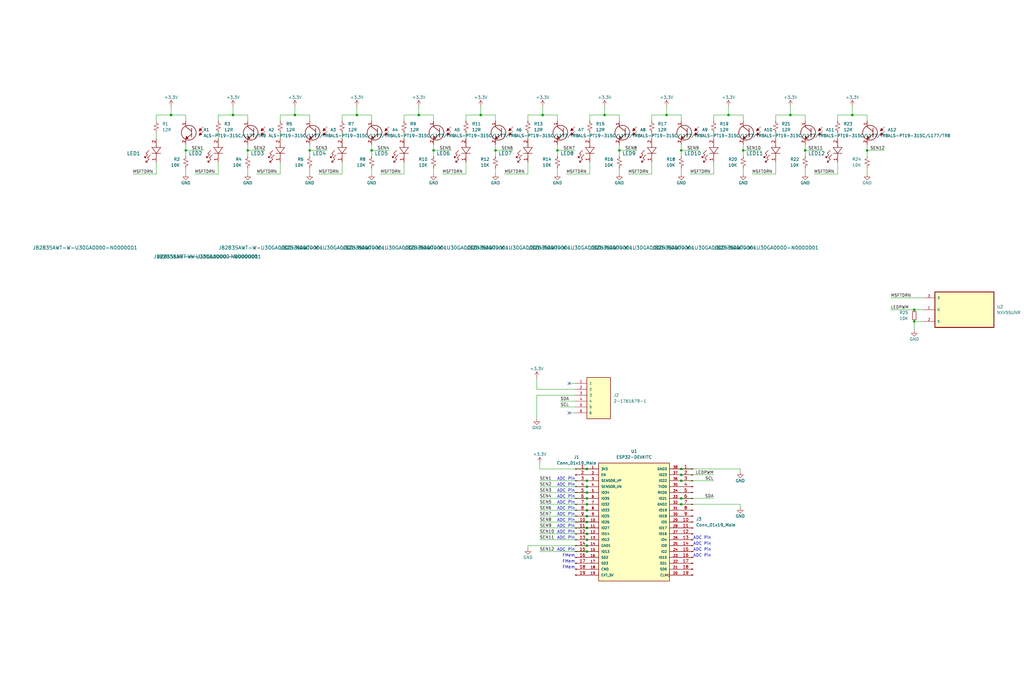
<source format=kicad_sch>
(kicad_sch (version 20211123) (generator eeschema)
  (paper "User" 440.944 294.919)
  (lib_symbols
    (symbol "ALS-PT19-315C_L177_TR8:ALS-PT19-315C{slash}L177{slash}TR8" (pin_names (offset 1.016))
      (property "Reference" "A" (at -10.1556 5.0822 0))
      (property "Value" "ALS-PT19-315C{slash}L177{slash}TR8" (at -10.1508 -7.62 0))
      (symbol "ALS-PT19-315C{slash}L177{slash}TR8_0_0"
        (pin passive line (at 2.54 5.08 270) (length 2.54) (name "~") (number "1"))
        (pin passive line (at 2.54 -5.08 90) (length 2.54) (name "~") (number "2"))
      )
    )
    (symbol "Box IDC header 2x3:2-1761679-1" (pin_names (offset 1.016))
      (property "Reference" "J" (at -5.58 10.16 0))
      (property "Value" "2-1761679-1" (at -5.08 -10.16 0))
      (symbol "2-1761679-1_0_0"
        (pin passive line (at -10.16 7.62 0) (length 5.08) (name "1") (number "1"))
        (pin passive line (at -10.16 5.08 0) (length 5.08) (name "2") (number "2"))
        (pin passive line (at -10.16 2.54 0) (length 5.08) (name "3") (number "3"))
        (pin passive line (at -10.16 0 0) (length 5.08) (name "4") (number "4"))
        (pin passive line (at -10.16 -2.54 0) (length 5.08) (name "5") (number "5"))
        (pin passive line (at -10.16 -5.08 0) (length 5.08) (name "6") (number "6"))
      )
    )
    (symbol "Connector:Conn_01x19_Male" (pin_names (offset 1.016) hide)
      (property "Reference" "J" (at 0 25.4 0))
      (property "Value" "Conn_01x19_Male" (at 0 -25.4 0))
      (symbol "Conn_01x19_Male_1_1"
        (pin passive line (at 5.08 22.86 180) (length 3.81) (name "Pin_1") (number "1"))
        (pin passive line (at 5.08 0 180) (length 3.81) (name "Pin_10") (number "10"))
        (pin passive line (at 5.08 -2.54 180) (length 3.81) (name "Pin_11") (number "11"))
        (pin passive line (at 5.08 -5.08 180) (length 3.81) (name "Pin_12") (number "12"))
        (pin passive line (at 5.08 -7.62 180) (length 3.81) (name "Pin_13") (number "13"))
        (pin passive line (at 5.08 -10.16 180) (length 3.81) (name "Pin_14") (number "14"))
        (pin passive line (at 5.08 -12.7 180) (length 3.81) (name "Pin_15") (number "15"))
        (pin passive line (at 5.08 -15.24 180) (length 3.81) (name "Pin_16") (number "16"))
        (pin passive line (at 5.08 -17.78 180) (length 3.81) (name "Pin_17") (number "17"))
        (pin passive line (at 5.08 -20.32 180) (length 3.81) (name "Pin_18") (number "18"))
        (pin passive line (at 5.08 -22.86 180) (length 3.81) (name "Pin_19") (number "19"))
        (pin passive line (at 5.08 20.32 180) (length 3.81) (name "Pin_2") (number "2"))
        (pin passive line (at 5.08 17.78 180) (length 3.81) (name "Pin_3") (number "3"))
        (pin passive line (at 5.08 15.24 180) (length 3.81) (name "Pin_4") (number "4"))
        (pin passive line (at 5.08 12.7 180) (length 3.81) (name "Pin_5") (number "5"))
        (pin passive line (at 5.08 10.16 180) (length 3.81) (name "Pin_6") (number "6"))
        (pin passive line (at 5.08 7.62 180) (length 3.81) (name "Pin_7") (number "7"))
        (pin passive line (at 5.08 5.08 180) (length 3.81) (name "Pin_8") (number "8"))
        (pin passive line (at 5.08 2.54 180) (length 3.81) (name "Pin_9") (number "9"))
      )
    )
    (symbol "Device:R_Small" (pin_numbers hide) (pin_names (offset 0.254) hide)
      (property "Reference" "R" (at 0.762 0.508 0))
      (property "Value" "R_Small" (at 0.762 -1.016 0))
      (symbol "R_Small_1_1"
        (pin passive line (at 0 2.54 270) (length 0.762) (name "~") (number "1"))
        (pin passive line (at 0 -2.54 90) (length 0.762) (name "~") (number "2"))
      )
    )
    (symbol "Device:R_Small_US" (pin_numbers hide) (pin_names (offset 0.254) hide)
      (property "Reference" "R" (at 0.762 0.508 0))
      (property "Value" "R_Small_US" (at 0.762 -1.016 0))
      (symbol "R_Small_US_1_1"
        (pin passive line (at 0 2.54 270) (length 1.016) (name "~") (number "1"))
        (pin passive line (at 0 -2.54 90) (length 1.016) (name "~") (number "2"))
      )
    )
    (symbol "ESP32-DEVKITC:ESP32-DEVKITC" (pin_names (offset 1.016))
      (property "Reference" "U" (at -15.2572 26.0643 0))
      (property "Value" "ESP32-DEVKITC" (at -15.2563 -27.9698 0))
      (symbol "ESP32-DEVKITC_0_0"
        (pin power_in line (at -20.32 22.86 0) (length 5.08) (name "3V3") (number "1"))
        (pin bidirectional line (at -20.32 0 0) (length 5.08) (name "IO26") (number "10"))
        (pin bidirectional line (at -20.32 -2.54 0) (length 5.08) (name "IO27") (number "11"))
        (pin bidirectional line (at -20.32 -5.08 0) (length 5.08) (name "IO14") (number "12"))
        (pin bidirectional line (at -20.32 -7.62 0) (length 5.08) (name "IO12") (number "13"))
        (pin power_in line (at -20.32 -10.16 0) (length 5.08) (name "GND1") (number "14"))
        (pin bidirectional line (at -20.32 -12.7 0) (length 5.08) (name "IO13") (number "15"))
        (pin bidirectional line (at -20.32 -15.24 0) (length 5.08) (name "SD2") (number "16"))
        (pin bidirectional line (at -20.32 -17.78 0) (length 5.08) (name "SD3") (number "17"))
        (pin bidirectional line (at -20.32 -20.32 0) (length 5.08) (name "CMD") (number "18"))
        (pin power_in line (at -20.32 -22.86 0) (length 5.08) (name "EXT_5V") (number "19"))
        (pin input line (at -20.32 20.32 0) (length 5.08) (name "EN") (number "2"))
        (pin input clock (at 20.32 -22.86 180) (length 5.08) (name "CLK") (number "20"))
        (pin bidirectional line (at 20.32 -20.32 180) (length 5.08) (name "SD0") (number "21"))
        (pin bidirectional line (at 20.32 -17.78 180) (length 5.08) (name "SD1") (number "22"))
        (pin bidirectional line (at 20.32 -15.24 180) (length 5.08) (name "IO15") (number "23"))
        (pin bidirectional line (at 20.32 -12.7 180) (length 5.08) (name "IO2") (number "24"))
        (pin bidirectional line (at 20.32 -10.16 180) (length 5.08) (name "IO0") (number "25"))
        (pin bidirectional line (at 20.32 -7.62 180) (length 5.08) (name "IO4") (number "26"))
        (pin bidirectional line (at 20.32 -5.08 180) (length 5.08) (name "IO16") (number "27"))
        (pin bidirectional line (at 20.32 -2.54 180) (length 5.08) (name "IO17") (number "28"))
        (pin bidirectional line (at 20.32 0 180) (length 5.08) (name "IO5") (number "29"))
        (pin input line (at -20.32 17.78 0) (length 5.08) (name "SENSOR_VP") (number "3"))
        (pin bidirectional line (at 20.32 2.54 180) (length 5.08) (name "IO18") (number "30"))
        (pin bidirectional line (at 20.32 5.08 180) (length 5.08) (name "IO19") (number "31"))
        (pin power_in line (at 20.32 7.62 180) (length 5.08) (name "GND2") (number "32"))
        (pin bidirectional line (at 20.32 10.16 180) (length 5.08) (name "IO21") (number "33"))
        (pin input line (at 20.32 12.7 180) (length 5.08) (name "RXD0") (number "34"))
        (pin output line (at 20.32 15.24 180) (length 5.08) (name "TXD0") (number "35"))
        (pin bidirectional line (at 20.32 17.78 180) (length 5.08) (name "IO22") (number "36"))
        (pin bidirectional line (at 20.32 20.32 180) (length 5.08) (name "IO23") (number "37"))
        (pin power_in line (at 20.32 22.86 180) (length 5.08) (name "GND3") (number "38"))
        (pin input line (at -20.32 15.24 0) (length 5.08) (name "SENSOR_VN") (number "4"))
        (pin bidirectional line (at -20.32 12.7 0) (length 5.08) (name "IO34") (number "5"))
        (pin bidirectional line (at -20.32 10.16 0) (length 5.08) (name "IO35") (number "6"))
        (pin bidirectional line (at -20.32 7.62 0) (length 5.08) (name "IO32") (number "7"))
        (pin bidirectional line (at -20.32 5.08 0) (length 5.08) (name "IO33") (number "8"))
        (pin bidirectional line (at -20.32 2.54 0) (length 5.08) (name "IO25") (number "9"))
      )
    )
    (symbol "JB2835AWT-W-U30GA0000-N0000001:JB2835AWT-W-U30GA0000-N0000001" (pin_names (offset 0.254))
      (property "Reference" "LED" (at 5.08 -4.445 0))
      (property "Value" "JB2835AWT-W-U30GA0000-N0000001" (at 5.08 -7.62 0))
      (symbol "JB2835AWT-W-U30GA0000-N0000001_1_1"
        (pin unspecified line (at 10.16 0 180) (length 2.54) (name "") (number "1"))
        (pin unspecified line (at 0 0 0) (length 2.54) (name "") (number "2"))
      )
      (symbol "JB2835AWT-W-U30GA0000-N0000001_1_2"
        (pin unspecified line (at 0 10.16 270) (length 2.54) (name "") (number "1"))
        (pin unspecified line (at 0 0 90) (length 2.54) (name "") (number "2"))
      )
    )
    (symbol "NXV55UNR:NXV55UNR" (pin_names (offset 1.016))
      (property "Reference" "U" (at -12.7 8.62 0))
      (property "Value" "NXV55UNR" (at -12.7 -11.62 0))
      (symbol "NXV55UNR_0_0"
        (pin bidirectional line (at -17.78 0 0) (length 5.08) (name "G") (number "1"))
        (pin bidirectional line (at -17.78 -5.08 0) (length 5.08) (name "S") (number "2"))
        (pin bidirectional line (at -17.78 5.08 0) (length 5.08) (name "D") (number "3"))
      )
    )
    (symbol "power:+3.3V" (power) (pin_names (offset 0))
      (property "Value" "+3.3V" (at 0 3.556 0))
      (symbol "+3.3V_1_1"
        (pin power_in line (at 0 0 90) (length 0) hide (name "+3.3V") (number "1"))
      )
    )
    (symbol "power:GND" (power) (pin_names (offset 0))
      (property "Value" "GND" (at 0 -3.81 0))
      (symbol "GND_1_1"
        (pin power_in line (at 0 0 270) (length 0) hide (name "GND") (number "1"))
      )
    )
  )
  (junction (at 252.73 217.17))
  (junction (at 106.68 64.77))
  (junction (at 313.69 49.53))
  (junction (at 293.37 201.93))
  (junction (at 252.73 201.93))
  (junction (at 127 49.53))
  (junction (at 252.73 232.41))
  (junction (at 160.02 64.77))
  (junction (at 73.66 49.53))
  (junction (at 80.01 64.77))
  (junction (at 373.38 64.77))
  (junction (at 180.34 49.53))
  (junction (at 293.37 217.17))
  (junction (at 207.01 49.53))
  (junction (at 252.73 212.09))
  (junction (at 393.7 138.43))
  (junction (at 213.36 64.77))
  (junction (at 293.37 207.01))
  (junction (at 293.37 204.47))
  (junction (at 252.73 234.95))
  (junction (at 133.35 64.77))
  (junction (at 266.7 64.77))
  (junction (at 252.73 214.63))
  (junction (at 346.71 64.77))
  (junction (at 260.35 49.53))
  (junction (at 252.73 207.01))
  (junction (at 233.68 49.53))
  (junction (at 252.73 237.49))
  (junction (at 287.02 49.53))
  (junction (at 100.33 49.53))
  (junction (at 320.04 64.77))
  (junction (at 393.7 133.35))
  (junction (at 293.37 64.77))
  (junction (at 252.73 219.71))
  (junction (at 252.73 229.87))
  (junction (at 186.69 64.77))
  (junction (at 252.73 227.33))
  (junction (at 293.37 214.63))
  (junction (at 367.03 49.53))
  (junction (at 240.03 64.77))
  (junction (at 252.73 209.55))
  (junction (at 252.73 224.79))
  (junction (at 153.67 49.53))
  (junction (at 340.36 49.53))
  (junction (at 252.73 222.25))
  (no_connect (at 245.11 165.1))
  (no_connect (at 245.11 177.8))
  (wire (pts (xy 373.38 64.77) (xy 373.38 67.31)))
  (wire (pts (xy 243.84 74.93) (xy 254 74.93)))
  (wire (pts (xy 240.03 52.07) (xy 240.03 49.53)))
  (wire (pts (xy 232.41 219.71) (xy 252.73 219.71)))
  (wire (pts (xy 254 57.15) (xy 254 59.69)))
  (wire (pts (xy 293.37 64.77) (xy 300.99 64.77)))
  (wire (pts (xy 373.38 72.39) (xy 373.38 74.93)))
  (wire (pts (xy 393.7 133.35) (xy 397.51 133.35)))
  (wire (pts (xy 307.34 49.53) (xy 307.34 52.07)))
  (wire (pts (xy 293.37 62.23) (xy 293.37 64.77)))
  (wire (pts (xy 334.01 69.85) (xy 334.01 74.93)))
  (wire (pts (xy 232.41 229.87) (xy 252.73 229.87)))
  (wire (pts (xy 240.03 64.77) (xy 247.65 64.77)))
  (wire (pts (xy 318.77 217.17) (xy 293.37 217.17)))
  (wire (pts (xy 213.36 52.07) (xy 213.36 49.53)))
  (wire (pts (xy 200.66 69.85) (xy 200.66 74.93)))
  (wire (pts (xy 232.41 232.41) (xy 252.73 232.41)))
  (wire (pts (xy 280.67 57.15) (xy 280.67 59.69)))
  (wire (pts (xy 106.68 72.39) (xy 106.68 74.93)))
  (wire (pts (xy 346.71 72.39) (xy 346.71 74.93)))
  (wire (pts (xy 340.36 45.72) (xy 340.36 49.53)))
  (wire (pts (xy 80.01 52.07) (xy 80.01 49.53)))
  (wire (pts (xy 346.71 62.23) (xy 346.71 64.77)))
  (wire (pts (xy 133.35 49.53) (xy 127 49.53)))
  (wire (pts (xy 287.02 49.53) (xy 280.67 49.53)))
  (wire (pts (xy 147.32 49.53) (xy 147.32 52.07)))
  (wire (pts (xy 173.99 49.53) (xy 173.99 52.07)))
  (wire (pts (xy 270.51 74.93) (xy 280.67 74.93)))
  (wire (pts (xy 213.36 64.77) (xy 213.36 67.31)))
  (wire (pts (xy 232.41 199.39) (xy 232.41 201.93)))
  (wire (pts (xy 240.03 64.77) (xy 240.03 67.31)))
  (wire (pts (xy 110.49 74.93) (xy 120.65 74.93)))
  (wire (pts (xy 80.01 62.23) (xy 80.01 64.77)))
  (wire (pts (xy 67.31 49.53) (xy 67.31 52.07)))
  (wire (pts (xy 313.69 45.72) (xy 313.69 49.53)))
  (wire (pts (xy 213.36 49.53) (xy 207.01 49.53)))
  (wire (pts (xy 80.01 64.77) (xy 87.63 64.77)))
  (wire (pts (xy 293.37 72.39) (xy 293.37 74.93)))
  (wire (pts (xy 133.35 72.39) (xy 133.35 74.93)))
  (wire (pts (xy 266.7 64.77) (xy 266.7 67.31)))
  (wire (pts (xy 293.37 207.01) (xy 307.34 207.01)))
  (wire (pts (xy 232.41 214.63) (xy 252.73 214.63)))
  (wire (pts (xy 120.65 49.53) (xy 120.65 52.07)))
  (wire (pts (xy 73.66 49.53) (xy 67.31 49.53)))
  (wire (pts (xy 207.01 45.72) (xy 207.01 49.53)))
  (wire (pts (xy 133.35 62.23) (xy 133.35 64.77)))
  (wire (pts (xy 260.35 49.53) (xy 254 49.53)))
  (wire (pts (xy 340.36 49.53) (xy 334.01 49.53)))
  (wire (pts (xy 232.41 212.09) (xy 252.73 212.09)))
  (wire (pts (xy 180.34 45.72) (xy 180.34 49.53)))
  (wire (pts (xy 232.41 227.33) (xy 252.73 227.33)))
  (wire (pts (xy 186.69 52.07) (xy 186.69 49.53)))
  (wire (pts (xy 373.38 52.07) (xy 373.38 49.53)))
  (wire (pts (xy 373.38 64.77) (xy 381 64.77)))
  (wire (pts (xy 260.35 45.72) (xy 260.35 49.53)))
  (wire (pts (xy 227.33 49.53) (xy 227.33 52.07)))
  (wire (pts (xy 80.01 72.39) (xy 80.01 74.93)))
  (wire (pts (xy 160.02 49.53) (xy 153.67 49.53)))
  (wire (pts (xy 153.67 49.53) (xy 147.32 49.53)))
  (wire (pts (xy 313.69 49.53) (xy 307.34 49.53)))
  (wire (pts (xy 360.68 57.15) (xy 360.68 59.69)))
  (wire (pts (xy 106.68 49.53) (xy 100.33 49.53)))
  (wire (pts (xy 213.36 64.77) (xy 220.98 64.77)))
  (wire (pts (xy 323.85 74.93) (xy 334.01 74.93)))
  (wire (pts (xy 186.69 72.39) (xy 186.69 74.93)))
  (wire (pts (xy 106.68 52.07) (xy 106.68 49.53)))
  (wire (pts (xy 120.65 69.85) (xy 120.65 74.93)))
  (wire (pts (xy 213.36 62.23) (xy 213.36 64.77)))
  (wire (pts (xy 173.99 57.15) (xy 173.99 59.69)))
  (wire (pts (xy 186.69 62.23) (xy 186.69 64.77)))
  (wire (pts (xy 127 45.72) (xy 127 49.53)))
  (wire (pts (xy 163.83 74.93) (xy 173.99 74.93)))
  (wire (pts (xy 320.04 64.77) (xy 327.66 64.77)))
  (wire (pts (xy 320.04 64.77) (xy 320.04 67.31)))
  (wire (pts (xy 393.7 138.43) (xy 393.7 142.24)))
  (wire (pts (xy 217.17 74.93) (xy 227.33 74.93)))
  (wire (pts (xy 280.67 69.85) (xy 280.67 74.93)))
  (wire (pts (xy 137.16 74.93) (xy 147.32 74.93)))
  (wire (pts (xy 383.54 133.35) (xy 393.7 133.35)))
  (wire (pts (xy 240.03 62.23) (xy 240.03 64.77)))
  (wire (pts (xy 346.71 52.07) (xy 346.71 49.53)))
  (wire (pts (xy 232.41 207.01) (xy 252.73 207.01)))
  (wire (pts (xy 346.71 64.77) (xy 346.71 67.31)))
  (wire (pts (xy 293.37 52.07) (xy 293.37 49.53)))
  (wire (pts (xy 106.68 64.77) (xy 106.68 67.31)))
  (wire (pts (xy 200.66 49.53) (xy 200.66 52.07)))
  (wire (pts (xy 227.33 234.95) (xy 227.33 236.22)))
  (wire (pts (xy 240.03 49.53) (xy 233.68 49.53)))
  (wire (pts (xy 318.77 201.93) (xy 293.37 201.93)))
  (wire (pts (xy 247.65 177.8) (xy 245.11 177.8)))
  (wire (pts (xy 280.67 49.53) (xy 280.67 52.07)))
  (wire (pts (xy 186.69 49.53) (xy 180.34 49.53)))
  (wire (pts (xy 133.35 64.77) (xy 133.35 67.31)))
  (wire (pts (xy 254 49.53) (xy 254 52.07)))
  (wire (pts (xy 200.66 57.15) (xy 200.66 59.69)))
  (wire (pts (xy 334.01 57.15) (xy 334.01 59.69)))
  (wire (pts (xy 83.82 74.93) (xy 93.98 74.93)))
  (wire (pts (xy 67.31 69.85) (xy 67.31 74.93)))
  (wire (pts (xy 190.5 74.93) (xy 200.66 74.93)))
  (wire (pts (xy 367.03 45.72) (xy 367.03 49.53)))
  (wire (pts (xy 247.65 172.72) (xy 241.3 172.72)))
  (wire (pts (xy 334.01 49.53) (xy 334.01 52.07)))
  (wire (pts (xy 100.33 49.53) (xy 93.98 49.53)))
  (wire (pts (xy 367.03 49.53) (xy 360.68 49.53)))
  (wire (pts (xy 120.65 57.15) (xy 120.65 59.69)))
  (wire (pts (xy 232.41 217.17) (xy 252.73 217.17)))
  (wire (pts (xy 180.34 49.53) (xy 173.99 49.53)))
  (wire (pts (xy 93.98 69.85) (xy 93.98 74.93)))
  (wire (pts (xy 67.31 57.15) (xy 67.31 59.69)))
  (wire (pts (xy 100.33 45.72) (xy 100.33 49.53)))
  (wire (pts (xy 57.15 74.93) (xy 67.31 74.93)))
  (wire (pts (xy 233.68 45.72) (xy 233.68 49.53)))
  (wire (pts (xy 133.35 52.07) (xy 133.35 49.53)))
  (wire (pts (xy 240.03 72.39) (xy 240.03 74.93)))
  (wire (pts (xy 247.65 170.18) (xy 231.14 170.18)))
  (wire (pts (xy 186.69 64.77) (xy 194.31 64.77)))
  (wire (pts (xy 227.33 57.15) (xy 227.33 59.69)))
  (wire (pts (xy 245.11 165.1) (xy 247.65 165.1)))
  (wire (pts (xy 247.65 175.26) (xy 241.3 175.26)))
  (wire (pts (xy 80.01 64.77) (xy 80.01 67.31)))
  (wire (pts (xy 227.33 69.85) (xy 227.33 74.93)))
  (wire (pts (xy 160.02 64.77) (xy 167.64 64.77)))
  (wire (pts (xy 232.41 209.55) (xy 252.73 209.55)))
  (wire (pts (xy 320.04 52.07) (xy 320.04 49.53)))
  (wire (pts (xy 293.37 204.47) (xy 307.34 204.47)))
  (wire (pts (xy 266.7 52.07) (xy 266.7 49.53)))
  (wire (pts (xy 80.01 49.53) (xy 73.66 49.53)))
  (wire (pts (xy 266.7 49.53) (xy 260.35 49.53)))
  (wire (pts (xy 293.37 49.53) (xy 287.02 49.53)))
  (wire (pts (xy 173.99 69.85) (xy 173.99 74.93)))
  (wire (pts (xy 320.04 72.39) (xy 320.04 74.93)))
  (wire (pts (xy 106.68 62.23) (xy 106.68 64.77)))
  (wire (pts (xy 307.34 69.85) (xy 307.34 74.93)))
  (wire (pts (xy 320.04 62.23) (xy 320.04 64.77)))
  (wire (pts (xy 318.77 201.93) (xy 318.77 203.2)))
  (wire (pts (xy 232.41 237.49) (xy 252.73 237.49)))
  (wire (pts (xy 307.34 57.15) (xy 307.34 59.69)))
  (wire (pts (xy 266.7 72.39) (xy 266.7 74.93)))
  (wire (pts (xy 232.41 201.93) (xy 252.73 201.93)))
  (wire (pts (xy 373.38 62.23) (xy 373.38 64.77)))
  (wire (pts (xy 266.7 64.77) (xy 274.32 64.77)))
  (wire (pts (xy 346.71 49.53) (xy 340.36 49.53)))
  (wire (pts (xy 147.32 57.15) (xy 147.32 59.69)))
  (wire (pts (xy 93.98 49.53) (xy 93.98 52.07)))
  (wire (pts (xy 160.02 62.23) (xy 160.02 64.77)))
  (wire (pts (xy 231.14 180.34) (xy 231.14 170.18)))
  (wire (pts (xy 254 69.85) (xy 254 74.93)))
  (wire (pts (xy 320.04 49.53) (xy 313.69 49.53)))
  (wire (pts (xy 297.18 74.93) (xy 307.34 74.93)))
  (wire (pts (xy 93.98 57.15) (xy 93.98 59.69)))
  (wire (pts (xy 373.38 49.53) (xy 367.03 49.53)))
  (wire (pts (xy 213.36 72.39) (xy 213.36 74.93)))
  (wire (pts (xy 393.7 138.43) (xy 397.51 138.43)))
  (wire (pts (xy 346.71 64.77) (xy 354.33 64.77)))
  (wire (pts (xy 350.52 74.93) (xy 360.68 74.93)))
  (wire (pts (xy 106.68 64.77) (xy 114.3 64.77)))
  (wire (pts (xy 160.02 64.77) (xy 160.02 67.31)))
  (wire (pts (xy 73.66 45.72) (xy 73.66 49.53)))
  (wire (pts (xy 232.41 224.79) (xy 252.73 224.79)))
  (wire (pts (xy 153.67 45.72) (xy 153.67 49.53)))
  (wire (pts (xy 293.37 214.63) (xy 307.34 214.63)))
  (wire (pts (xy 160.02 52.07) (xy 160.02 49.53)))
  (wire (pts (xy 247.65 167.64) (xy 231.14 167.64)))
  (wire (pts (xy 293.37 64.77) (xy 293.37 67.31)))
  (wire (pts (xy 266.7 62.23) (xy 266.7 64.77)))
  (wire (pts (xy 147.32 69.85) (xy 147.32 74.93)))
  (wire (pts (xy 186.69 64.77) (xy 186.69 67.31)))
  (wire (pts (xy 160.02 72.39) (xy 160.02 74.93)))
  (wire (pts (xy 127 49.53) (xy 120.65 49.53)))
  (wire (pts (xy 397.51 128.27) (xy 383.54 128.27)))
  (wire (pts (xy 232.41 222.25) (xy 252.73 222.25)))
  (wire (pts (xy 133.35 64.77) (xy 140.97 64.77)))
  (wire (pts (xy 207.01 49.53) (xy 200.66 49.53)))
  (wire (pts (xy 360.68 49.53) (xy 360.68 52.07)))
  (wire (pts (xy 227.33 234.95) (xy 252.73 234.95)))
  (wire (pts (xy 233.68 49.53) (xy 227.33 49.53)))
  (wire (pts (xy 360.68 69.85) (xy 360.68 74.93)))
  (wire (pts (xy 287.02 45.72) (xy 287.02 49.53)))
  (wire (pts (xy 318.77 217.17) (xy 318.77 218.44)))
  (wire (pts (xy 231.14 162.56) (xy 231.14 167.64)))
  (text "ADC Pin" (at 247.65 227.33 180) (effects (font (size 1.27 1.27)) (justify right bottom)))
  (text "ADC Pin" (at 247.65 207.01 180) (effects (font (size 1.27 1.27)) (justify right bottom)))
  (text "ADC Pin" (at 298.45 232.41 0) (effects (font (size 1.27 1.27)) (justify left bottom)))
  (text "ADC Pin" (at 298.45 237.49 0) (effects (font (size 1.27 1.27)) (justify left bottom)))
  (text "ADC Pin" (at 247.65 214.63 180) (effects (font (size 1.27 1.27)) (justify right bottom)))
  (text "ADC Pin" (at 247.65 222.25 180) (effects (font (size 1.27 1.27)) (justify right bottom)))
  (text "ADC Pin" (at 247.65 224.79 180) (effects (font (size 1.27 1.27)) (justify right bottom)))
  (text "ADC Pin" (at 247.65 219.71 180) (effects (font (size 1.27 1.27)) (justify right bottom)))
  (text "ADC Pin" (at 247.65 212.09 180) (effects (font (size 1.27 1.27)) (justify right bottom)))
  (text "ADC Pin" (at 247.65 217.17 180) (effects (font (size 1.27 1.27)) (justify right bottom)))
  (text "ADC Pin" (at 247.65 232.41 180) (effects (font (size 1.27 1.27)) (justify right bottom)))
  (text "ADC Pin" (at 298.45 234.95 0) (effects (font (size 1.27 1.27)) (justify left bottom)))
  (text "ADC Pin" (at 298.45 240.03 0) (effects (font (size 1.27 1.27)) (justify left bottom)))
  (text "ADC Pin" (at 247.65 229.87 180) (effects (font (size 1.27 1.27)) (justify right bottom)))
  (text "FMem\n" (at 247.65 242.57 180) (effects (font (size 1.27 1.27)) (justify right bottom)))
  (text "ADC Pin" (at 247.65 209.55 180) (effects (font (size 1.27 1.27)) (justify right bottom)))
  (text "ADC Pin" (at 247.65 237.49 180) (effects (font (size 1.27 1.27)) (justify right bottom)))
  (text "FMem\n" (at 247.65 240.03 180) (effects (font (size 1.27 1.27)) (justify right bottom)))
  (text "FMem\n" (at 247.65 245.11 180) (effects (font (size 1.27 1.27)) (justify right bottom)))
  (label "MSFTDRN" (at 83.82 74.93 0))
  (label "SCL" (at 241.3 175.26 0))
  (label "MSFTDRN" (at 243.84 74.93 0))
  (label "SEN4" (at 167.64 64.77 180))
  (label "SEN3" (at 232.41 212.09 0))
  (label "SEN10" (at 232.41 229.87 0))
  (label "MSFTDRN" (at 323.85 74.93 0))
  (label "MSFTDRN" (at 163.83 74.93 0))
  (label "SCL" (at 307.34 207.01 180))
  (label "SEN6" (at 220.98 64.77 180))
  (label "SEN11" (at 232.41 232.41 0))
  (label "SEN2" (at 114.3 64.77 180))
  (label "SEN3" (at 140.97 64.77 180))
  (label "MSFTDRN" (at 270.51 74.93 0))
  (label "LEDPWM" (at 383.54 133.35 0))
  (label "SDA" (at 307.34 214.63 180))
  (label "SEN10" (at 327.66 64.77 180))
  (label "MSFTDRN" (at 297.18 74.93 0))
  (label "MSFTDRN" (at 57.15 74.93 0))
  (label "SDA" (at 241.3 172.72 0))
  (label "MSFTDRN" (at 137.16 74.93 0))
  (label "SEN11" (at 354.33 64.77 180))
  (label "SEN4" (at 232.41 214.63 0))
  (label "MSFTDRN" (at 110.49 74.93 0))
  (label "SEN9" (at 300.99 64.77 180))
  (label "SEN7" (at 232.41 222.25 0))
  (label "SEN8" (at 232.41 224.79 0))
  (label "SEN1" (at 232.41 207.01 0))
  (label "SEN5" (at 232.41 217.17 0))
  (label "SEN6" (at 232.41 219.71 0))
  (label "SEN9" (at 232.41 227.33 0))
  (label "SEN12" (at 232.41 237.49 0))
  (label "SEN1" (at 87.63 64.77 180))
  (label "SEN5" (at 194.31 64.77 180))
  (label "SEN8" (at 274.32 64.77 180))
  (label "SEN12" (at 381 64.77 180))
  (label "MSFTDRN" (at 217.17 74.93 0))
  (label "LEDPWM" (at 307.34 204.47 180))
  (label "MSFTDRN" (at 190.5 74.93 0))
  (label "MSFTDRN" (at 383.54 128.27 0))
  (label "SEN7" (at 247.65 64.77 180))
  (label "MSFTDRN" (at 350.52 74.93 0))
  (label "SEN2" (at 232.41 209.55 0))
  (symbol (lib_id "NXV55UNR:NXV55UNR") (at 415.29 133.35 0) (unit 1)
    (property "Reference" "U2" (at 429.26 132.0799 0) (effects (justify left)))
    (property "Value" "NXV55UNR" (at 429.26 134.6199 0) (effects (justify left)))
    (property "Footprint" "NXV55UNR:TRANS_BC846B,215" (effects hide))
    (property "Manufacturer" "Nexperia USA Inc." (effects hide))
    (property "Package" "TRANS_BC846B,215" (effects hide))
  )
  (symbol (lib_id "Device:R_Small_US") (at 213.36 69.85 0) (mirror x) (unit 1)
    (property "Reference" "R12" (at 210.82 68.5799 0) (effects (justify right)))
    (property "Value" "10K" (at 210.82 71.1199 0) (effects (justify right)))
    (property "Footprint" "Resistor_SMD:R_0805_2012Metric" (effects hide))
  )
  (symbol (lib_id "power:GND") (at 393.7 142.24 0) (unit 1)
    (property "Reference" "#PWR033" (effects hide))
    (property "Value" "GND" (at 393.7 146.05 0))
  )
  (symbol (lib_id "Connector:Conn_01x19_Male") (at 298.45 224.79 0) (mirror y) (unit 1)
    (property "Reference" "J3" (at 299.72 223.5199 0) (effects (justify right)))
    (property "Value" "Conn_01x19_Male" (at 299.72 226.0599 0) (effects (justify right)))
    (property "Footprint" "Connector_PinHeader_2.54mm:PinHeader_1x19_P2.54mm_Vertical" (effects hide))
  )
  (symbol (lib_id "Device:R_Small_US") (at 293.37 69.85 0) (mirror x) (unit 1)
    (property "Reference" "R18" (at 290.83 68.5799 0) (effects (justify right)))
    (property "Value" "10K" (at 290.83 71.1199 0) (effects (justify right)))
    (property "Footprint" "Resistor_SMD:R_0805_2012Metric" (effects hide))
  )
  (symbol (lib_id "JB2835AWT-W-U30GA0000-N0000001:JB2835AWT-W-U30GA0000-N0000001") (at 67.31 59.69 90) (mirror x) (unit 1)
    (property "Reference" "LED1" (at 54.61 66.04 90) (effects (font (size 1.524 1.524)) (justify right)))
    (property "Value" "JB2835AWT-W-U30GA0000-N0000001" (at 13.97 106.68 90) (effects (font (size 1.524 1.524)) (justify right)))
    (property "Footprint" "LED_J2835_CRW" (effects hide))
    (property "Datasheet" "JB2835AWT-W-U30GA0000-N0000001" (effects hide))
  )
  (symbol (lib_id "ALS-PT19-315C_L177_TR8:ALS-PT19-315C{slash}L177{slash}TR8") (at 82.55 57.15 0) (mirror y) (unit 1)
    (property "Reference" "A1" (at 87.63 55.8799 0) (effects (justify right)))
    (property "Value" "ALS-PT19-315C/L177/TR8" (at 87.63 58.4199 0) (effects (justify right)))
    (property "Footprint" "XDCR_ALS-PT19-315C/L177/TR8" (effects hide))
    (property "MAXIMUM_PACKAGE_HEIGHT" "0.7 mm" (effects hide))
    (property "STANDARD" "Manufacturer Recommendations" (effects hide))
    (property "PARTREV" "5" (effects hide))
    (property "MANUFACTURER" "Everlight" (effects hide))
  )
  (symbol (lib_id "JB2835AWT-W-U30GA0000-N0000001:JB2835AWT-W-U30GA0000-N0000001") (at 307.34 59.69 90) (mirror x) (unit 1)
    (property "Reference" "LED10" (at 294.64 66.04 90) (effects (font (size 1.524 1.524)) (justify right)))
    (property "Value" "JB2835AWT-W-U30GA0000-N0000001" (at 254 106.68 90) (effects (font (size 1.524 1.524)) (justify right)))
    (property "Footprint" "LED_J2835_CRW" (effects hide))
    (property "Datasheet" "JB2835AWT-W-U30GA0000-N0000001" (effects hide))
  )
  (symbol (lib_id "Connector:Conn_01x19_Male") (at 247.65 224.79 0) (unit 1)
    (property "Reference" "J1" (at 248.285 196.85 0))
    (property "Value" "Conn_01x19_Male" (at 248.285 199.39 0))
    (property "Footprint" "Connector_PinHeader_2.54mm:PinHeader_1x19_P2.54mm_Vertical" (effects hide))
  )
  (symbol (lib_id "power:+3.3V") (at 233.68 45.72 0) (unit 1)
    (property "Reference" "#PWR018" (effects hide))
    (property "Value" "+3.3V" (at 233.68 41.91 0))
  )
  (symbol (lib_id "ALS-PT19-315C_L177_TR8:ALS-PT19-315C{slash}L177{slash}TR8") (at 109.22 57.15 0) (mirror y) (unit 1)
    (property "Reference" "A2" (at 115.57 55.8799 0) (effects (justify right)))
    (property "Value" "ALS-PT19-315C/L177/TR8" (at 115.57 58.4199 0) (effects (justify right)))
    (property "Footprint" "XDCR_ALS-PT19-315C/L177/TR8" (effects hide))
    (property "MAXIMUM_PACKAGE_HEIGHT" "0.7 mm" (effects hide))
    (property "STANDARD" "Manufacturer Recommendations" (effects hide))
    (property "PARTREV" "5" (effects hide))
    (property "MANUFACTURER" "Everlight" (effects hide))
  )
  (symbol (lib_id "power:GND") (at 373.38 74.93 0) (unit 1)
    (property "Reference" "#PWR032" (effects hide))
    (property "Value" "GND" (at 373.38 78.74 0))
  )
  (symbol (lib_id "Device:R_Small_US") (at 266.7 69.85 0) (mirror x) (unit 1)
    (property "Reference" "R16" (at 264.16 68.5799 0) (effects (justify right)))
    (property "Value" "10K" (at 264.16 71.1199 0) (effects (justify right)))
    (property "Footprint" "Resistor_SMD:R_0805_2012Metric" (effects hide))
  )
  (symbol (lib_id "power:GND") (at 318.77 218.44 0) (unit 1)
    (property "Reference" "#PWR027" (effects hide))
    (property "Value" "GND" (at 318.77 222.25 0))
  )
  (symbol (lib_id "power:+3.3V") (at 313.69 45.72 0) (unit 1)
    (property "Reference" "#PWR025" (effects hide))
    (property "Value" "+3.3V" (at 313.69 41.91 0))
  )
  (symbol (lib_id "power:GND") (at 160.02 74.93 0) (unit 1)
    (property "Reference" "#PWR08" (effects hide))
    (property "Value" "GND" (at 160.02 78.74 0))
  )
  (symbol (lib_id "Device:R_Small_US") (at 346.71 69.85 0) (mirror x) (unit 1)
    (property "Reference" "R22" (at 344.17 68.5799 0) (effects (justify right)))
    (property "Value" "10K" (at 344.17 71.1199 0) (effects (justify right)))
    (property "Footprint" "Resistor_SMD:R_0805_2012Metric" (effects hide))
  )
  (symbol (lib_id "JB2835AWT-W-U30GA0000-N0000001:JB2835AWT-W-U30GA0000-N0000001") (at 334.01 59.69 90) (mirror x) (unit 1)
    (property "Reference" "LED11" (at 321.31 66.04 90) (effects (font (size 1.524 1.524)) (justify right)))
    (property "Value" "JB2835AWT-W-U30GA0000-N0000001" (at 280.67 106.68 90) (effects (font (size 1.524 1.524)) (justify right)))
    (property "Footprint" "LED_J2835_CRW" (effects hide))
    (property "Datasheet" "JB2835AWT-W-U30GA0000-N0000001" (effects hide))
  )
  (symbol (lib_id "power:+3.3V") (at 73.66 45.72 0) (unit 1)
    (property "Reference" "#PWR01" (effects hide))
    (property "Value" "+3.3V" (at 73.66 41.91 0))
  )
  (symbol (lib_id "power:+3.3V") (at 232.41 199.39 0) (mirror y) (unit 1)
    (property "Reference" "#PWR?" (effects hide))
    (property "Value" "+3.3V" (at 232.41 195.58 0))
  )
  (symbol (lib_id "JB2835AWT-W-U30GA0000-N0000001:JB2835AWT-W-U30GA0000-N0000001") (at 200.66 59.69 90) (mirror x) (unit 1)
    (property "Reference" "LED6" (at 187.96 66.04 90) (effects (font (size 1.524 1.524)) (justify right)))
    (property "Value" "JB2835AWT-W-U30GA0000-N0000001" (at 147.32 106.68 90) (effects (font (size 1.524 1.524)) (justify right)))
    (property "Footprint" "LED_J2835_CRW" (effects hide))
    (property "Datasheet" "JB2835AWT-W-U30GA0000-N0000001" (effects hide))
  )
  (symbol (lib_id "Device:R_Small_US") (at 334.01 54.61 0) (unit 1)
    (property "Reference" "R21" (at 336.55 53.3399 0) (effects (justify left)))
    (property "Value" "12R" (at 336.55 55.8799 0) (effects (justify left)))
    (property "Footprint" "Resistor_SMD:R_0805_2012Metric" (effects hide))
  )
  (symbol (lib_id "power:+3.3V") (at 367.03 45.72 0) (unit 1)
    (property "Reference" "#PWR031" (effects hide))
    (property "Value" "+3.3V" (at 367.03 41.91 0))
  )
  (symbol (lib_id "Device:R_Small_US") (at 160.02 69.85 0) (mirror x) (unit 1)
    (property "Reference" "R8" (at 157.48 68.5799 0) (effects (justify right)))
    (property "Value" "10K" (at 157.48 71.1199 0) (effects (justify right)))
    (property "Footprint" "Resistor_SMD:R_0805_2012Metric" (effects hide))
  )
  (symbol (lib_id "ALS-PT19-315C_L177_TR8:ALS-PT19-315C{slash}L177{slash}TR8") (at 269.24 57.15 0) (mirror y) (unit 1)
    (property "Reference" "A8" (at 275.59 55.8799 0) (effects (justify right)))
    (property "Value" "ALS-PT19-315C/L177/TR8" (at 275.59 58.4199 0) (effects (justify right)))
    (property "Footprint" "XDCR_ALS-PT19-315C/L177/TR8" (effects hide))
    (property "MAXIMUM_PACKAGE_HEIGHT" "0.7 mm" (effects hide))
    (property "STANDARD" "Manufacturer Recommendations" (effects hide))
    (property "PARTREV" "5" (effects hide))
    (property "MANUFACTURER" "Everlight" (effects hide))
  )
  (symbol (lib_id "power:+3.3V") (at 127 45.72 0) (unit 1)
    (property "Reference" "#PWR05" (effects hide))
    (property "Value" "+3.3V" (at 127 41.91 0))
  )
  (symbol (lib_id "power:+3.3V") (at 207.01 45.72 0) (unit 1)
    (property "Reference" "#PWR011" (effects hide))
    (property "Value" "+3.3V" (at 207.01 41.91 0))
  )
  (symbol (lib_id "ALS-PT19-315C_L177_TR8:ALS-PT19-315C{slash}L177{slash}TR8") (at 242.57 57.15 0) (mirror y) (unit 1)
    (property "Reference" "A7" (at 248.92 55.8799 0) (effects (justify right)))
    (property "Value" "ALS-PT19-315C/L177/TR8" (at 248.92 58.4199 0) (effects (justify right)))
    (property "Footprint" "XDCR_ALS-PT19-315C/L177/TR8" (effects hide))
    (property "MAXIMUM_PACKAGE_HEIGHT" "0.7 mm" (effects hide))
    (property "STANDARD" "Manufacturer Recommendations" (effects hide))
    (property "PARTREV" "5" (effects hide))
    (property "MANUFACTURER" "Everlight" (effects hide))
  )
  (symbol (lib_id "ALS-PT19-315C_L177_TR8:ALS-PT19-315C{slash}L177{slash}TR8") (at 375.92 57.15 0) (mirror y) (unit 1)
    (property "Reference" "A12" (at 382.27 55.8799 0) (effects (justify right)))
    (property "Value" "ALS-PT19-315C/L177/TR8" (at 382.27 58.4199 0) (effects (justify right)))
    (property "Footprint" "XDCR_ALS-PT19-315C/L177/TR8" (effects hide))
    (property "MAXIMUM_PACKAGE_HEIGHT" "0.7 mm" (effects hide))
    (property "STANDARD" "Manufacturer Recommendations" (effects hide))
    (property "PARTREV" "5" (effects hide))
    (property "MANUFACTURER" "Everlight" (effects hide))
  )
  (symbol (lib_id "ALS-PT19-315C_L177_TR8:ALS-PT19-315C{slash}L177{slash}TR8") (at 322.58 57.15 0) (mirror y) (unit 1)
    (property "Reference" "A10" (at 328.93 55.8799 0) (effects (justify right)))
    (property "Value" "ALS-PT19-315C/L177/TR8" (at 328.93 58.4199 0) (effects (justify right)))
    (property "Footprint" "XDCR_ALS-PT19-315C/L177/TR8" (effects hide))
    (property "MAXIMUM_PACKAGE_HEIGHT" "0.7 mm" (effects hide))
    (property "STANDARD" "Manufacturer Recommendations" (effects hide))
    (property "PARTREV" "5" (effects hide))
    (property "MANUFACTURER" "Everlight" (effects hide))
  )
  (symbol (lib_id "Device:R_Small_US") (at 120.65 54.61 0) (unit 1)
    (property "Reference" "R5" (at 123.19 53.3399 0) (effects (justify left)))
    (property "Value" "12R" (at 123.19 55.8799 0) (effects (justify left)))
    (property "Footprint" "Resistor_SMD:R_0805_2012Metric" (effects hide))
  )
  (symbol (lib_id "JB2835AWT-W-U30GA0000-N0000001:JB2835AWT-W-U30GA0000-N0000001") (at 360.68 59.69 90) (mirror x) (unit 1)
    (property "Reference" "LED12" (at 347.98 66.04 90) (effects (font (size 1.524 1.524)) (justify right)))
    (property "Value" "JB2835AWT-W-U30GA0000-N0000001" (at 307.34 106.68 90) (effects (font (size 1.524 1.524)) (justify right)))
    (property "Footprint" "LED_J2835_CRW" (effects hide))
    (property "Datasheet" "JB2835AWT-W-U30GA0000-N0000001" (effects hide))
  )
  (symbol (lib_id "ALS-PT19-315C_L177_TR8:ALS-PT19-315C{slash}L177{slash}TR8") (at 295.91 57.15 0) (mirror y) (unit 1)
    (property "Reference" "A9" (at 302.26 55.8799 0) (effects (justify right)))
    (property "Value" "ALS-PT19-315C/L177/TR8" (at 302.26 58.4199 0) (effects (justify right)))
    (property "Footprint" "XDCR_ALS-PT19-315C/L177/TR8" (effects hide))
    (property "MAXIMUM_PACKAGE_HEIGHT" "0.7 mm" (effects hide))
    (property "STANDARD" "Manufacturer Recommendations" (effects hide))
    (property "PARTREV" "5" (effects hide))
    (property "MANUFACTURER" "Everlight" (effects hide))
  )
  (symbol (lib_id "JB2835AWT-W-U30GA0000-N0000001:JB2835AWT-W-U30GA0000-N0000001") (at 173.99 59.69 90) (mirror x) (unit 1)
    (property "Reference" "LED5" (at 161.29 66.04 90) (effects (font (size 1.524 1.524)) (justify right)))
    (property "Value" "JB2835AWT-W-U30GA0000-N0000001" (at 120.65 106.68 90) (effects (font (size 1.524 1.524)) (justify right)))
    (property "Footprint" "LED_J2835_CRW" (effects hide))
    (property "Datasheet" "JB2835AWT-W-U30GA0000-N0000001" (effects hide))
  )
  (symbol (lib_id "JB2835AWT-W-U30GA0000-N0000001:JB2835AWT-W-U30GA0000-N0000001") (at 280.67 59.69 90) (mirror x) (unit 1)
    (property "Reference" "LED9" (at 267.97 66.04 90) (effects (font (size 1.524 1.524)) (justify right)))
    (property "Value" "JB2835AWT-W-U30GA0000-N0000001" (at 227.33 106.68 90) (effects (font (size 1.524 1.524)) (justify right)))
    (property "Footprint" "LED_J2835_CRW" (effects hide))
    (property "Datasheet" "JB2835AWT-W-U30GA0000-N0000001" (effects hide))
  )
  (symbol (lib_id "JB2835AWT-W-U30GA0000-N0000001:JB2835AWT-W-U30GA0000-N0000001") (at 254 59.69 90) (mirror x) (unit 1)
    (property "Reference" "LED8" (at 241.3 66.04 90) (effects (font (size 1.524 1.524)) (justify right)))
    (property "Value" "JB2835AWT-W-U30GA0000-N0000001" (at 200.66 106.68 90) (effects (font (size 1.524 1.524)) (justify right)))
    (property "Footprint" "LED_J2835_CRW" (effects hide))
    (property "Datasheet" "JB2835AWT-W-U30GA0000-N0000001" (effects hide))
  )
  (symbol (lib_id "power:+3.3V") (at 180.34 45.72 0) (unit 1)
    (property "Reference" "#PWR09" (effects hide))
    (property "Value" "+3.3V" (at 180.34 41.91 0))
  )
  (symbol (lib_id "power:+3.3V") (at 340.36 45.72 0) (unit 1)
    (property "Reference" "#PWR029" (effects hide))
    (property "Value" "+3.3V" (at 340.36 41.91 0))
  )
  (symbol (lib_id "power:GND") (at 320.04 74.93 0) (unit 1)
    (property "Reference" "#PWR028" (effects hide))
    (property "Value" "GND" (at 320.04 78.74 0))
  )
  (symbol (lib_id "JB2835AWT-W-U30GA0000-N0000001:JB2835AWT-W-U30GA0000-N0000001") (at 227.33 59.69 90) (mirror x) (unit 1)
    (property "Reference" "LED7" (at 214.63 66.04 90) (effects (font (size 1.524 1.524)) (justify right)))
    (property "Value" "JB2835AWT-W-U30GA0000-N0000001" (at 173.99 106.68 90) (effects (font (size 1.524 1.524)) (justify right)))
    (property "Footprint" "LED_J2835_CRW" (effects hide))
    (property "Datasheet" "JB2835AWT-W-U30GA0000-N0000001" (effects hide))
  )
  (symbol (lib_id "Device:R_Small_US") (at 240.03 69.85 0) (mirror x) (unit 1)
    (property "Reference" "R14" (at 237.49 68.5799 0) (effects (justify right)))
    (property "Value" "10K" (at 237.49 71.1199 0) (effects (justify right)))
    (property "Footprint" "Resistor_SMD:R_0805_2012Metric" (effects hide))
  )
  (symbol (lib_id "power:GND") (at 240.03 74.93 0) (unit 1)
    (property "Reference" "#PWR020" (effects hide))
    (property "Value" "GND" (at 240.03 78.74 0))
  )
  (symbol (lib_id "Device:R_Small") (at 393.7 135.89 0) (mirror x) (unit 1)
    (property "Reference" "R25" (at 391.16 134.6199 0) (effects (justify right)))
    (property "Value" "10K" (at 391.16 137.1599 0) (effects (justify right)))
    (property "Footprint" "Resistor_SMD:R_0805_2012Metric" (effects hide))
  )
  (symbol (lib_id "Device:R_Small_US") (at 147.32 54.61 0) (unit 1)
    (property "Reference" "R7" (at 149.86 53.3399 0) (effects (justify left)))
    (property "Value" "12R" (at 149.86 55.8799 0) (effects (justify left)))
    (property "Footprint" "Resistor_SMD:R_0805_2012Metric" (effects hide))
  )
  (symbol (lib_id "ALS-PT19-315C_L177_TR8:ALS-PT19-315C{slash}L177{slash}TR8") (at 135.89 57.15 0) (mirror y) (unit 1)
    (property "Reference" "A3" (at 142.24 55.8799 0) (effects (justify right)))
    (property "Value" "ALS-PT19-315C/L177/TR8" (at 142.24 58.4199 0) (effects (justify right)))
    (property "Footprint" "XDCR_ALS-PT19-315C/L177/TR8" (effects hide))
    (property "MAXIMUM_PACKAGE_HEIGHT" "0.7 mm" (effects hide))
    (property "STANDARD" "Manufacturer Recommendations" (effects hide))
    (property "PARTREV" "5" (effects hide))
    (property "MANUFACTURER" "Everlight" (effects hide))
  )
  (symbol (lib_id "ALS-PT19-315C_L177_TR8:ALS-PT19-315C{slash}L177{slash}TR8") (at 215.9 57.15 0) (mirror y) (unit 1)
    (property "Reference" "A6" (at 222.25 55.8799 0) (effects (justify right)))
    (property "Value" "ALS-PT19-315C/L177/TR8" (at 222.25 58.4199 0) (effects (justify right)))
    (property "Footprint" "XDCR_ALS-PT19-315C/L177/TR8" (effects hide))
    (property "MAXIMUM_PACKAGE_HEIGHT" "0.7 mm" (effects hide))
    (property "STANDARD" "Manufacturer Recommendations" (effects hide))
    (property "PARTREV" "5" (effects hide))
    (property "MANUFACTURER" "Everlight" (effects hide))
  )
  (symbol (lib_id "Device:R_Small_US") (at 173.99 54.61 0) (unit 1)
    (property "Reference" "R9" (at 176.53 53.3399 0) (effects (justify left)))
    (property "Value" "12R" (at 176.53 55.8799 0) (effects (justify left)))
    (property "Footprint" "Resistor_SMD:R_0805_2012Metric" (effects hide))
  )
  (symbol (lib_id "Device:R_Small_US") (at 186.69 69.85 0) (mirror x) (unit 1)
    (property "Reference" "R10" (at 184.15 68.5799 0) (effects (justify right)))
    (property "Value" "10K" (at 184.15 71.1199 0) (effects (justify right)))
    (property "Footprint" "Resistor_SMD:R_0805_2012Metric" (effects hide))
  )
  (symbol (lib_id "Device:R_Small_US") (at 106.68 69.85 0) (mirror x) (unit 1)
    (property "Reference" "R4" (at 104.14 68.5799 0) (effects (justify right)))
    (property "Value" "10K" (at 104.14 71.1199 0) (effects (justify right)))
    (property "Footprint" "Resistor_SMD:R_0805_2012Metric" (effects hide))
  )
  (symbol (lib_id "power:GND") (at 231.14 180.34 0) (mirror y) (unit 1)
    (property "Reference" "#PWR017" (effects hide))
    (property "Value" "GND" (at 231.14 184.15 0))
  )
  (symbol (lib_id "ALS-PT19-315C_L177_TR8:ALS-PT19-315C{slash}L177{slash}TR8") (at 349.25 57.15 0) (mirror y) (unit 1)
    (property "Reference" "A11" (at 355.6 55.8799 0) (effects (justify right)))
    (property "Value" "ALS-PT19-315C/L177/TR8" (at 355.6 58.4199 0) (effects (justify right)))
    (property "Footprint" "XDCR_ALS-PT19-315C/L177/TR8" (effects hide))
    (property "MAXIMUM_PACKAGE_HEIGHT" "0.7 mm" (effects hide))
    (property "STANDARD" "Manufacturer Recommendations" (effects hide))
    (property "PARTREV" "5" (effects hide))
    (property "MANUFACTURER" "Everlight" (effects hide))
  )
  (symbol (lib_id "power:+3.3V") (at 153.67 45.72 0) (unit 1)
    (property "Reference" "#PWR07" (effects hide))
    (property "Value" "+3.3V" (at 153.67 41.91 0))
  )
  (symbol (lib_id "power:GND") (at 346.71 74.93 0) (unit 1)
    (property "Reference" "#PWR030" (effects hide))
    (property "Value" "GND" (at 346.71 78.74 0))
  )
  (symbol (lib_id "power:+3.3V") (at 231.14 162.56 0) (mirror y) (unit 1)
    (property "Reference" "#PWR016" (effects hide))
    (property "Value" "+3.3V" (at 231.14 158.75 0))
  )
  (symbol (lib_id "power:GND") (at 133.35 74.93 0) (unit 1)
    (property "Reference" "#PWR06" (effects hide))
    (property "Value" "GND" (at 133.35 78.74 0))
  )
  (symbol (lib_id "JB2835AWT-W-U30GA0000-N0000001:JB2835AWT-W-U30GA0000-N0000001") (at 93.98 59.69 90) (mirror x) (unit 1)
    (property "Reference" "LED2" (at 81.28 66.04 90) (effects (font (size 1.524 1.524)) (justify right)))
    (property "Value" "JB2835AWT-W-U30GA0000-N0000001" (at 66.04 110.49 90) (effects (font (size 1.524 1.524)) (justify right)))
    (property "Footprint" "LED_J2835_CRW" (effects hide))
    (property "Datasheet" "JB2835AWT-W-U30GA0000-N0000001" (effects hide))
  )
  (symbol (lib_id "power:GND") (at 293.37 74.93 0) (unit 1)
    (property "Reference" "#PWR024" (effects hide))
    (property "Value" "GND" (at 293.37 78.74 0))
  )
  (symbol (lib_id "ALS-PT19-315C_L177_TR8:ALS-PT19-315C{slash}L177{slash}TR8") (at 189.23 57.15 0) (mirror y) (unit 1)
    (property "Reference" "A5" (at 195.58 55.8799 0) (effects (justify right)))
    (property "Value" "ALS-PT19-315C/L177/TR8" (at 195.58 58.4199 0) (effects (justify right)))
    (property "Footprint" "XDCR_ALS-PT19-315C/L177/TR8" (effects hide))
    (property "MAXIMUM_PACKAGE_HEIGHT" "0.7 mm" (effects hide))
    (property "STANDARD" "Manufacturer Recommendations" (effects hide))
    (property "PARTREV" "5" (effects hide))
    (property "MANUFACTURER" "Everlight" (effects hide))
  )
  (symbol (lib_id "ALS-PT19-315C_L177_TR8:ALS-PT19-315C{slash}L177{slash}TR8") (at 162.56 57.15 0) (mirror y) (unit 1)
    (property "Reference" "A4" (at 168.91 55.8799 0) (effects (justify right)))
    (property "Value" "ALS-PT19-315C/L177/TR8" (at 168.91 58.4199 0) (effects (justify right)))
    (property "Footprint" "XDCR_ALS-PT19-315C/L177/TR8" (effects hide))
    (property "MAXIMUM_PACKAGE_HEIGHT" "0.7 mm" (effects hide))
    (property "STANDARD" "Manufacturer Recommendations" (effects hide))
    (property "PARTREV" "5" (effects hide))
    (property "MANUFACTURER" "Everlight" (effects hide))
  )
  (symbol (lib_id "Device:R_Small_US") (at 254 54.61 0) (unit 1)
    (property "Reference" "R15" (at 256.54 53.3399 0) (effects (justify left)))
    (property "Value" "12R" (at 256.54 55.8799 0) (effects (justify left)))
    (property "Footprint" "Resistor_SMD:R_0805_2012Metric" (effects hide))
  )
  (symbol (lib_id "power:GND") (at 227.33 236.22 0) (mirror y) (unit 1)
    (property "Reference" "#PWR014" (effects hide))
    (property "Value" "GND" (at 227.33 240.03 0))
  )
  (symbol (lib_id "Device:R_Small_US") (at 320.04 69.85 0) (mirror x) (unit 1)
    (property "Reference" "R20" (at 317.5 68.5799 0) (effects (justify right)))
    (property "Value" "10K" (at 317.5 71.1199 0) (effects (justify right)))
    (property "Footprint" "Resistor_SMD:R_0805_2012Metric" (effects hide))
  )
  (symbol (lib_id "Device:R_Small_US") (at 360.68 54.61 0) (unit 1)
    (property "Reference" "R23" (at 363.22 53.3399 0) (effects (justify left)))
    (property "Value" "12R" (at 363.22 55.8799 0) (effects (justify left)))
    (property "Footprint" "Resistor_SMD:R_0805_2012Metric" (effects hide))
  )
  (symbol (lib_id "Device:R_Small_US") (at 93.98 54.61 0) (unit 1)
    (property "Reference" "R3" (at 96.52 53.3399 0) (effects (justify left)))
    (property "Value" "12R" (at 96.52 55.8799 0) (effects (justify left)))
    (property "Footprint" "Resistor_SMD:R_0805_2012Metric" (effects hide))
  )
  (symbol (lib_id "power:GND") (at 318.77 203.2 0) (unit 1)
    (property "Reference" "#PWR026" (effects hide))
    (property "Value" "GND" (at 318.77 207.01 0))
  )
  (symbol (lib_id "power:+3.3V") (at 287.02 45.72 0) (unit 1)
    (property "Reference" "#PWR023" (effects hide))
    (property "Value" "+3.3V" (at 287.02 41.91 0))
  )
  (symbol (lib_id "Device:R_Small_US") (at 133.35 69.85 0) (mirror x) (unit 1)
    (property "Reference" "R6" (at 130.81 68.5799 0) (effects (justify right)))
    (property "Value" "10K" (at 130.81 71.1199 0) (effects (justify right)))
    (property "Footprint" "Resistor_SMD:R_0805_2012Metric" (effects hide))
  )
  (symbol (lib_id "power:+3.3V") (at 260.35 45.72 0) (unit 1)
    (property "Reference" "#PWR021" (effects hide))
    (property "Value" "+3.3V" (at 260.35 41.91 0))
  )
  (symbol (lib_id "JB2835AWT-W-U30GA0000-N0000001:JB2835AWT-W-U30GA0000-N0000001") (at 147.32 59.69 90) (mirror x) (unit 1)
    (property "Reference" "LED4" (at 134.62 66.04 90) (effects (font (size 1.524 1.524)) (justify right)))
    (property "Value" "JB2835AWT-W-U30GA0000-N0000001" (at 93.98 106.68 90) (effects (font (size 1.524 1.524)) (justify right)))
    (property "Footprint" "LED_J2835_CRW" (effects hide))
    (property "Datasheet" "JB2835AWT-W-U30GA0000-N0000001" (effects hide))
  )
  (symbol (lib_id "power:+3.3V") (at 100.33 45.72 0) (unit 1)
    (property "Reference" "#PWR03" (effects hide))
    (property "Value" "+3.3V" (at 100.33 41.91 0))
  )
  (symbol (lib_id "Device:R_Small_US") (at 80.01 69.85 0) (mirror x) (unit 1)
    (property "Reference" "R2" (at 77.47 68.5799 0) (effects (justify right)))
    (property "Value" "10K" (at 77.47 71.1199 0) (effects (justify right)))
    (property "Footprint" "Resistor_SMD:R_0805_2012Metric" (effects hide))
  )
  (symbol (lib_id "Device:R_Small_US") (at 280.67 54.61 0) (unit 1)
    (property "Reference" "R17" (at 283.21 53.3399 0) (effects (justify left)))
    (property "Value" "12R" (at 283.21 55.8799 0) (effects (justify left)))
    (property "Footprint" "Resistor_SMD:R_0805_2012Metric" (effects hide))
  )
  (symbol (lib_id "Device:R_Small_US") (at 227.33 54.61 0) (unit 1)
    (property "Reference" "R13" (at 229.87 53.3399 0) (effects (justify left)))
    (property "Value" "12R" (at 229.87 55.8799 0) (effects (justify left)))
    (property "Footprint" "Resistor_SMD:R_0805_2012Metric" (effects hide))
  )
  (symbol (lib_id "power:GND") (at 213.36 74.93 0) (unit 1)
    (property "Reference" "#PWR012" (effects hide))
    (property "Value" "GND" (at 213.36 78.74 0))
  )
  (symbol (lib_id "JB2835AWT-W-U30GA0000-N0000001:JB2835AWT-W-U30GA0000-N0000001") (at 120.65 59.69 90) (mirror x) (unit 1)
    (property "Reference" "LED3" (at 107.95 66.04 90) (effects (font (size 1.524 1.524)) (justify right)))
    (property "Value" "JB2835AWT-W-U30GA0000-N0000001" (at 67.31 110.49 90) (effects (font (size 1.524 1.524)) (justify right)))
    (property "Footprint" "LED_J2835_CRW" (effects hide))
    (property "Datasheet" "JB2835AWT-W-U30GA0000-N0000001" (effects hide))
  )
  (symbol (lib_id "power:GND") (at 106.68 74.93 0) (unit 1)
    (property "Reference" "#PWR04" (effects hide))
    (property "Value" "GND" (at 106.68 78.74 0))
  )
  (symbol (lib_id "power:GND") (at 80.01 74.93 0) (unit 1)
    (property "Reference" "#PWR02" (effects hide))
    (property "Value" "GND" (at 80.01 78.74 0))
  )
  (symbol (lib_id "Device:R_Small_US") (at 67.31 54.61 0) (unit 1)
    (property "Reference" "R1" (at 69.85 53.3399 0) (effects (justify left)))
    (property "Value" "12R" (at 69.85 55.8799 0) (effects (justify left)))
    (property "Footprint" "Resistor_SMD:R_0805_2012Metric" (effects hide))
  )
  (symbol (lib_id "Device:R_Small_US") (at 200.66 54.61 0) (unit 1)
    (property "Reference" "R11" (at 203.2 53.3399 0) (effects (justify left)))
    (property "Value" "12R" (at 203.2 55.8799 0) (effects (justify left)))
    (property "Footprint" "Resistor_SMD:R_0805_2012Metric" (effects hide))
  )
  (symbol (lib_id "power:GND") (at 266.7 74.93 0) (unit 1)
    (property "Reference" "#PWR022" (effects hide))
    (property "Value" "GND" (at 266.7 78.74 0))
  )
  (symbol (lib_id "Box IDC header 2x3:2-1761679-1") (at 257.81 172.72 0) (unit 1)
    (property "Reference" "J2" (at 264.16 170.1799 0) (effects (justify left)))
    (property "Value" "2-1761679-1" (at 264.16 172.7199 0) (effects (justify left)))
    (property "Footprint" "Box IDC header 2x3:Box IDC header 2x3" (effects hide))
    (property "Comment" "2-1761679-1" (effects hide))
    (property "EU_RoHS_Compliance" "Compliant" (effects hide))
    (property "Product_Type" "Connector" (effects hide))
    (property "Centerline_Pitch" "2.54 mm[.1 in]" (effects hide))
    (property "Number_of_Positions" "6" (effects hide))
  )
  (symbol (lib_id "power:GND") (at 186.69 74.93 0) (unit 1)
    (property "Reference" "#PWR010" (effects hide))
    (property "Value" "GND" (at 186.69 78.74 0))
  )
  (symbol (lib_id "Device:R_Small_US") (at 307.34 54.61 0) (unit 1)
    (property "Reference" "R19" (at 309.88 53.3399 0) (effects (justify left)))
    (property "Value" "12R" (at 309.88 55.8799 0) (effects (justify left)))
    (property "Footprint" "Resistor_SMD:R_0805_2012Metric" (effects hide))
  )
  (symbol (lib_id "ESP32-DEVKITC:ESP32-DEVKITC") (at 273.05 224.79 0) (unit 1)
    (property "Reference" "U1" (at 273.05 194.31 0))
    (property "Value" "ESP32-DEVKITC" (at 273.05 196.85 0))
    (property "Footprint" "MODULE_ESP32-DEVKITC" (effects hide))
    (property "STANDARD" "Manufacturer Recommendations" (effects hide))
    (property "PARTREV" "N/A" (effects hide))
    (property "MANUFACTURER" "ESPRESSIF" (effects hide))
  )
  (symbol (lib_id "Device:R_Small_US") (at 373.38 69.85 0) (mirror x) (unit 1)
    (property "Reference" "R24" (at 370.84 68.5799 0) (effects (justify right)))
    (property "Value" "10K" (at 370.84 71.1199 0) (effects (justify right)))
    (property "Footprint" "Resistor_SMD:R_0805_2012Metric" (effects hide))
  )
)
</source>
